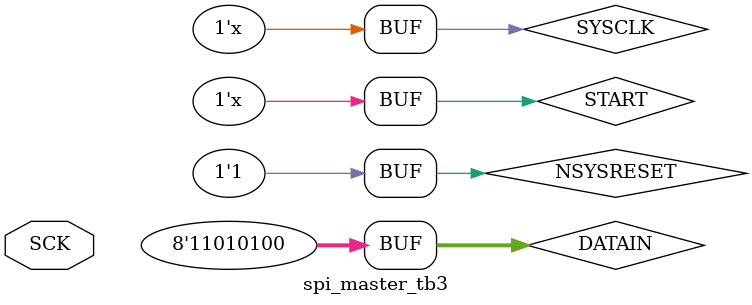
<source format=v>


`timescale 1ns/100ps

module spi_master_tb3(
input SCK
);

parameter SYSCLK_PERIOD = 38.46154;// 26MHZ
parameter ORBIT_TIME = 500; // 

reg SYSCLK;
reg NSYSRESET;
reg [7:0] DATAIN;
reg START;
reg MISO;

initial
begin
    SYSCLK = 1'b0;
    NSYSRESET = 1'b1;
    START = 1'b1;
    MISO = 1'b1;
end

//////////////////////////////////////////////////////////////////////
// Reset Pulse
//////////////////////////////////////////////////////////////////////
initial
begin
    #(SYSCLK_PERIOD * 4 )
        NSYSRESET = 1'b0;
    #(SYSCLK_PERIOD * 10 )
        NSYSRESET = 1'b1;
        DATAIN = 8'b11010100;

    
    
end


//////////////////////////////////////////////////////////////////////
// Clock Driver
//////////////////////////////////////////////////////////////////////
always @(SYSCLK)
    #(SYSCLK_PERIOD / 2.0) SYSCLK <= !SYSCLK;
always @(SYSCLK)
    #(SYSCLK_PERIOD *100) START = !START;
//    #(SYSCLK_PERIOD*20) DATAIN = 8'bz;
//    #(SYSCLK_PERIOD*20) DATAIN = 8'b01010010;
//    #(SYSCLK_PERIOD*20) DATAIN = 8'bz;
always @ (negedge SCK)
    MISO = !MISO;

//////////////////////////////////////////////////////////////////////
// Instantiate Unit Under Test:  spi_master
//////////////////////////////////////////////////////////////////////
spi_master spi_master_0 (
    // Inputs
    .clk(SYSCLK),
    .rst(NSYSRESET),
    .miso(MISO),
    .start(START),
    .data_in({DATAIN}),
    //.data_in({8{1'b0}}),

    // Outputs
    .mosi( ),
    .sck(SCK ),
    .data_out( ),
    .busy( ),
    .new_data( )

    // Inouts

);

endmodule


</source>
